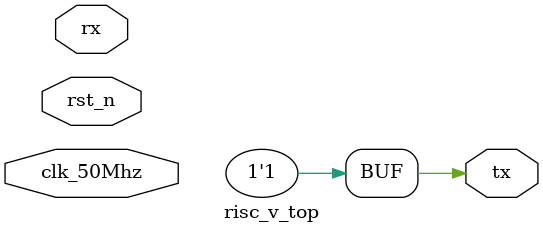
<source format=v>


// Verification Directory fv/risc_v_top 

module risc_v_top(clk_50Mhz, rst_n, rx, tx);
  input clk_50Mhz, rst_n, rx;
  output tx;
  wire clk_50Mhz, rst_n, rx;
  wire tx;
  assign tx = 1'b1;
endmodule


</source>
